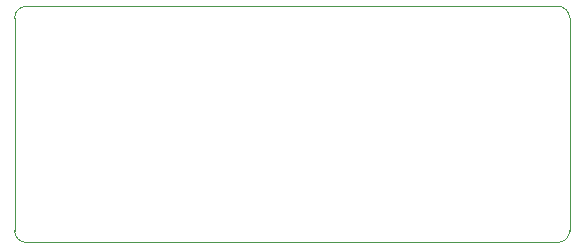
<source format=gbr>
%TF.GenerationSoftware,KiCad,Pcbnew,7.0.5*%
%TF.CreationDate,2024-01-08T00:08:43+01:00*%
%TF.ProjectId,can-usb-dongle,63616e2d-7573-4622-9d64-6f6e676c652e,rev?*%
%TF.SameCoordinates,Original*%
%TF.FileFunction,Profile,NP*%
%FSLAX46Y46*%
G04 Gerber Fmt 4.6, Leading zero omitted, Abs format (unit mm)*
G04 Created by KiCad (PCBNEW 7.0.5) date 2024-01-08 00:08:43*
%MOMM*%
%LPD*%
G01*
G04 APERTURE LIST*
%TA.AperFunction,Profile*%
%ADD10C,0.100000*%
%TD*%
G04 APERTURE END LIST*
D10*
X66000000Y-50000000D02*
G75*
G03*
X67000000Y-49000000I0J1000000D01*
G01*
X20000000Y-49000000D02*
X20000000Y-31000000D01*
X21000000Y-30000000D02*
G75*
G03*
X20000000Y-31000000I0J-1000000D01*
G01*
X21000000Y-30000000D02*
X66000000Y-30000000D01*
X66000000Y-50000000D02*
X21000000Y-50000000D01*
X67000000Y-31000000D02*
X67000000Y-49000000D01*
X20000000Y-49000000D02*
G75*
G03*
X21000000Y-50000000I1000000J0D01*
G01*
X67000000Y-31000000D02*
G75*
G03*
X66000000Y-30000000I-1000000J0D01*
G01*
M02*

</source>
